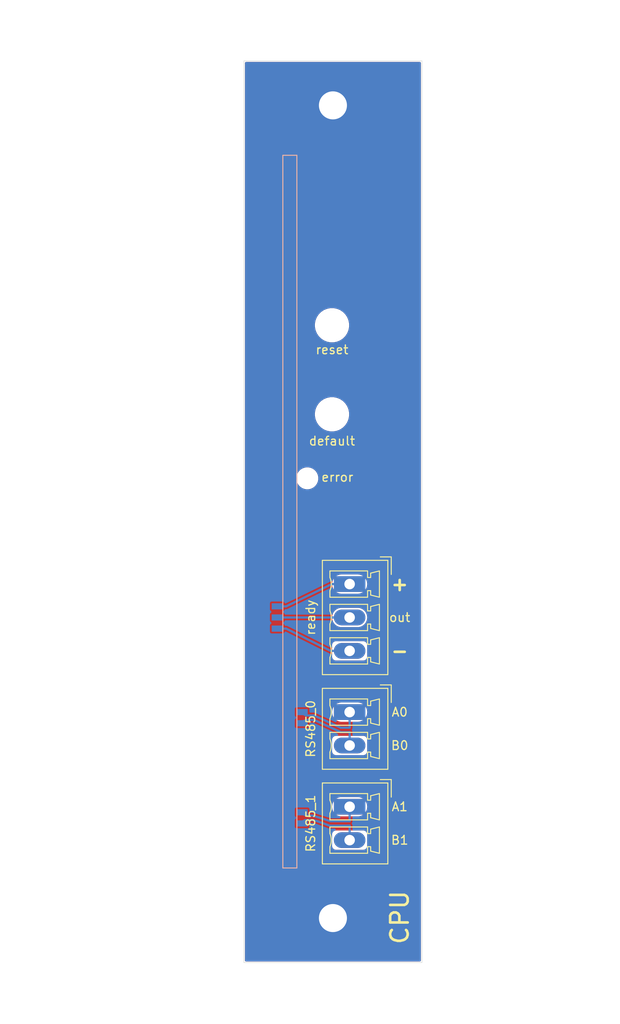
<source format=kicad_pcb>
(kicad_pcb (version 20171130) (host pcbnew 5.1.5+dfsg1-2build2)

  (general
    (thickness 1.6)
    (drawings 38)
    (tracks 29)
    (zones 0)
    (modules 9)
    (nets 9)
  )

  (page A4)
  (layers
    (0 F.Cu signal)
    (31 B.Cu signal)
    (32 B.Adhes user)
    (33 F.Adhes user)
    (34 B.Paste user)
    (35 F.Paste user)
    (36 B.SilkS user)
    (37 F.SilkS user)
    (38 B.Mask user)
    (39 F.Mask user)
    (40 Dwgs.User user)
    (41 Cmts.User user)
    (42 Eco1.User user)
    (43 Eco2.User user)
    (44 Edge.Cuts user)
    (45 Margin user)
    (46 B.CrtYd user)
    (47 F.CrtYd user)
    (48 B.Fab user)
    (49 F.Fab user)
  )

  (setup
    (last_trace_width 0.25)
    (trace_clearance 0.2)
    (zone_clearance 0.1)
    (zone_45_only no)
    (trace_min 0.2)
    (via_size 0.8)
    (via_drill 0.4)
    (via_min_size 0.4)
    (via_min_drill 0.3)
    (uvia_size 0.3)
    (uvia_drill 0.1)
    (uvias_allowed no)
    (uvia_min_size 0.2)
    (uvia_min_drill 0.1)
    (edge_width 0.05)
    (segment_width 0.2)
    (pcb_text_width 0.3)
    (pcb_text_size 1.5 1.5)
    (mod_edge_width 0.12)
    (mod_text_size 1 1)
    (mod_text_width 0.15)
    (pad_size 1 1)
    (pad_drill 1)
    (pad_to_mask_clearance 0.051)
    (solder_mask_min_width 0.25)
    (aux_axis_origin 0 0)
    (visible_elements FFFFFF7F)
    (pcbplotparams
      (layerselection 0x010fc_ffffffff)
      (usegerberextensions true)
      (usegerberattributes false)
      (usegerberadvancedattributes false)
      (creategerberjobfile false)
      (excludeedgelayer true)
      (linewidth 0.100000)
      (plotframeref false)
      (viasonmask false)
      (mode 1)
      (useauxorigin false)
      (hpglpennumber 1)
      (hpglpenspeed 20)
      (hpglpendiameter 15.000000)
      (psnegative false)
      (psa4output false)
      (plotreference true)
      (plotvalue true)
      (plotinvisibletext false)
      (padsonsilk false)
      (subtractmaskfromsilk true)
      (outputformat 1)
      (mirror false)
      (drillshape 0)
      (scaleselection 1)
      (outputdirectory "gerber/"))
  )

  (net 0 "")
  (net 1 GND)
  (net 2 B1)
  (net 3 A1)
  (net 4 B0)
  (net 5 A0)
  (net 6 VMOUT)
  (net 7 READY)
  (net 8 VPOUT)

  (net_class Default "This is the default net class."
    (clearance 0.2)
    (trace_width 0.25)
    (via_dia 0.8)
    (via_drill 0.4)
    (uvia_dia 0.3)
    (uvia_drill 0.1)
    (add_net A0)
    (add_net A1)
    (add_net B0)
    (add_net B1)
    (add_net GND)
    (add_net READY)
    (add_net VMOUT)
    (add_net VPOUT)
  )

  (module plc88:fm_cpu_i (layer F.Cu) (tedit 63A7FF10) (tstamp 63A855DC)
    (at 80.645 55.245)
    (path /63A81C85)
    (fp_text reference J1 (at 1.27 -5.715) (layer F.SilkS) hide
      (effects (font (size 1 1) (thickness 0.15)))
    )
    (fp_text value fm_cpu_i (at 0.635 -7.62) (layer F.Fab) hide
      (effects (font (size 1 1) (thickness 0.15)))
    )
    (fp_line (start -0.305 -12.085) (end -0.305 69.215) (layer B.SilkS) (width 0.12))
    (fp_line (start -1.905 -12.085) (end -0.305 -12.085) (layer B.SilkS) (width 0.12))
    (fp_line (start -1.905 69.215) (end -0.305 69.215) (layer B.SilkS) (width 0.12))
    (fp_line (start -1.905 -12.065) (end -1.905 69.215) (layer B.SilkS) (width 0.12))
    (pad 3 smd rect (at -2.54 41.91) (size 1.27 0.7) (layers B.Cu B.Paste B.Mask)
      (net 6 VMOUT))
    (pad 1 smd rect (at -2.54 39.37) (size 1.27 0.7) (layers B.Cu B.Paste B.Mask)
      (net 8 VPOUT))
    (pad 6 smd rect (at 0.295 62.865) (size 1.27 0.7) (layers B.Cu B.Paste B.Mask)
      (net 3 A1))
    (pad 7 smd rect (at 0.295 64.135) (size 1.27 0.7) (layers B.Cu B.Paste B.Mask)
      (net 2 B1))
    (pad 8 smd rect (at 0.295 31.75) (size 1.27 7.62) (layers B.Cu B.Paste B.Mask)
      (net 1 GND) (zone_connect 2))
    (pad 8 smd rect (at 0.381 57.785) (size 1.27 7.62) (layers B.Cu B.Paste B.Mask)
      (net 1 GND) (zone_connect 2))
    (pad 8 smd rect (at 0.381 -0.635) (size 1.27 7.62) (layers B.Cu B.Paste B.Mask)
      (net 1 GND) (zone_connect 2))
    (pad 8 smd rect (at -2.54 57.785) (size 1.27 7.62) (layers B.Cu B.Paste B.Mask)
      (net 1 GND) (zone_connect 2))
    (pad 8 smd rect (at -2.54 31.75) (size 1.27 7.62) (layers B.Cu B.Paste B.Mask)
      (net 1 GND) (zone_connect 2))
    (pad 8 smd rect (at -2.54 -0.635) (size 1.27 7.62) (layers B.Cu B.Paste B.Mask)
      (net 1 GND) (zone_connect 2))
    (pad 5 smd rect (at 0.295 52.705) (size 1.27 0.7) (layers B.Cu B.Paste B.Mask)
      (net 4 B0))
    (pad 2 smd rect (at -2.54 40.64) (size 1.27 0.7) (layers B.Cu B.Paste B.Mask)
      (net 7 READY))
    (pad 4 smd rect (at 0.295 51.435) (size 1.27 0.7) (layers B.Cu B.Paste B.Mask)
      (net 5 A0))
  )

  (module Connector_Phoenix_MC:PhoenixContact_MCV_1,5_3-G-3.81_1x03_P3.81mm_Vertical (layer F.Cu) (tedit 5B784ED1) (tstamp 639366E0)
    (at 86.36 92.075 270)
    (descr "Generic Phoenix Contact connector footprint for: MCV_1,5/3-G-3.81; number of pins: 03; pin pitch: 3.81mm; Vertical || order number: 1803439 8A 160V")
    (tags "phoenix_contact connector MCV_01x03_G_3.81mm")
    (path /639475A3)
    (fp_text reference J9 (at 3.81 -5.45 90) (layer F.SilkS) hide
      (effects (font (size 1 1) (thickness 0.15)))
    )
    (fp_text value ready (at 3.81 4.445 90) (layer F.SilkS)
      (effects (font (size 1 1) (thickness 0.15)))
    )
    (fp_text user %R (at 3.81 -3.55 90) (layer F.Fab) hide
      (effects (font (size 1 1) (thickness 0.15)))
    )
    (fp_line (start -3.1 -4.75) (end -1.1 -4.75) (layer F.Fab) (width 0.1))
    (fp_line (start -3.1 -3.5) (end -3.1 -4.75) (layer F.Fab) (width 0.1))
    (fp_line (start -3.1 -4.75) (end -1.1 -4.75) (layer F.SilkS) (width 0.12))
    (fp_line (start -3.1 -3.5) (end -3.1 -4.75) (layer F.SilkS) (width 0.12))
    (fp_line (start 10.72 -4.75) (end -3.1 -4.75) (layer F.CrtYd) (width 0.05))
    (fp_line (start 10.72 3.5) (end 10.72 -4.75) (layer F.CrtYd) (width 0.05))
    (fp_line (start -3.1 3.5) (end 10.72 3.5) (layer F.CrtYd) (width 0.05))
    (fp_line (start -3.1 -4.75) (end -3.1 3.5) (layer F.CrtYd) (width 0.05))
    (fp_line (start 9.12 2.25) (end 8.37 2.25) (layer F.SilkS) (width 0.12))
    (fp_line (start 9.12 -2.05) (end 9.12 2.25) (layer F.SilkS) (width 0.12))
    (fp_line (start 8.37 -2.05) (end 9.12 -2.05) (layer F.SilkS) (width 0.12))
    (fp_line (start 8.37 -2.4) (end 8.37 -2.05) (layer F.SilkS) (width 0.12))
    (fp_line (start 8.87 -2.4) (end 8.37 -2.4) (layer F.SilkS) (width 0.12))
    (fp_line (start 9.12 -3.4) (end 8.87 -2.4) (layer F.SilkS) (width 0.12))
    (fp_line (start 6.12 -3.4) (end 9.12 -3.4) (layer F.SilkS) (width 0.12))
    (fp_line (start 6.37 -2.4) (end 6.12 -3.4) (layer F.SilkS) (width 0.12))
    (fp_line (start 6.87 -2.4) (end 6.37 -2.4) (layer F.SilkS) (width 0.12))
    (fp_line (start 6.87 -2.05) (end 6.87 -2.4) (layer F.SilkS) (width 0.12))
    (fp_line (start 6.12 -2.05) (end 6.87 -2.05) (layer F.SilkS) (width 0.12))
    (fp_line (start 6.12 2.25) (end 6.12 -2.05) (layer F.SilkS) (width 0.12))
    (fp_line (start 6.87 2.25) (end 6.12 2.25) (layer F.SilkS) (width 0.12))
    (fp_line (start 5.31 2.25) (end 4.56 2.25) (layer F.SilkS) (width 0.12))
    (fp_line (start 5.31 -2.05) (end 5.31 2.25) (layer F.SilkS) (width 0.12))
    (fp_line (start 4.56 -2.05) (end 5.31 -2.05) (layer F.SilkS) (width 0.12))
    (fp_line (start 4.56 -2.4) (end 4.56 -2.05) (layer F.SilkS) (width 0.12))
    (fp_line (start 5.06 -2.4) (end 4.56 -2.4) (layer F.SilkS) (width 0.12))
    (fp_line (start 5.31 -3.4) (end 5.06 -2.4) (layer F.SilkS) (width 0.12))
    (fp_line (start 2.31 -3.4) (end 5.31 -3.4) (layer F.SilkS) (width 0.12))
    (fp_line (start 2.56 -2.4) (end 2.31 -3.4) (layer F.SilkS) (width 0.12))
    (fp_line (start 3.06 -2.4) (end 2.56 -2.4) (layer F.SilkS) (width 0.12))
    (fp_line (start 3.06 -2.05) (end 3.06 -2.4) (layer F.SilkS) (width 0.12))
    (fp_line (start 2.31 -2.05) (end 3.06 -2.05) (layer F.SilkS) (width 0.12))
    (fp_line (start 2.31 2.25) (end 2.31 -2.05) (layer F.SilkS) (width 0.12))
    (fp_line (start 3.06 2.25) (end 2.31 2.25) (layer F.SilkS) (width 0.12))
    (fp_line (start 1.5 2.25) (end 0.75 2.25) (layer F.SilkS) (width 0.12))
    (fp_line (start 1.5 -2.05) (end 1.5 2.25) (layer F.SilkS) (width 0.12))
    (fp_line (start 0.75 -2.05) (end 1.5 -2.05) (layer F.SilkS) (width 0.12))
    (fp_line (start 0.75 -2.4) (end 0.75 -2.05) (layer F.SilkS) (width 0.12))
    (fp_line (start 1.25 -2.4) (end 0.75 -2.4) (layer F.SilkS) (width 0.12))
    (fp_line (start 1.5 -3.4) (end 1.25 -2.4) (layer F.SilkS) (width 0.12))
    (fp_line (start -1.5 -3.4) (end 1.5 -3.4) (layer F.SilkS) (width 0.12))
    (fp_line (start -1.25 -2.4) (end -1.5 -3.4) (layer F.SilkS) (width 0.12))
    (fp_line (start -0.75 -2.4) (end -1.25 -2.4) (layer F.SilkS) (width 0.12))
    (fp_line (start -0.75 -2.05) (end -0.75 -2.4) (layer F.SilkS) (width 0.12))
    (fp_line (start -1.5 -2.05) (end -0.75 -2.05) (layer F.SilkS) (width 0.12))
    (fp_line (start -1.5 2.25) (end -1.5 -2.05) (layer F.SilkS) (width 0.12))
    (fp_line (start -0.75 2.25) (end -1.5 2.25) (layer F.SilkS) (width 0.12))
    (fp_line (start 10.22 -4.25) (end -2.6 -4.25) (layer F.Fab) (width 0.1))
    (fp_line (start 10.22 3) (end 10.22 -4.25) (layer F.Fab) (width 0.1))
    (fp_line (start -2.6 3) (end 10.22 3) (layer F.Fab) (width 0.1))
    (fp_line (start -2.6 -4.25) (end -2.6 3) (layer F.Fab) (width 0.1))
    (fp_line (start 10.33 -4.36) (end -2.71 -4.36) (layer F.SilkS) (width 0.12))
    (fp_line (start 10.33 3.11) (end 10.33 -4.36) (layer F.SilkS) (width 0.12))
    (fp_line (start -2.71 3.11) (end 10.33 3.11) (layer F.SilkS) (width 0.12))
    (fp_line (start -2.71 -4.36) (end -2.71 3.11) (layer F.SilkS) (width 0.12))
    (fp_arc (start 7.62 3.95) (end 6.87 2.25) (angle 47.6) (layer F.SilkS) (width 0.12))
    (fp_arc (start 3.81 3.95) (end 3.06 2.25) (angle 47.6) (layer F.SilkS) (width 0.12))
    (fp_arc (start 0 3.95) (end -0.75 2.25) (angle 47.6) (layer F.SilkS) (width 0.12))
    (pad 3 thru_hole oval (at 7.62 0 270) (size 1.8 3.6) (drill 1.2) (layers *.Cu *.Mask)
      (net 6 VMOUT))
    (pad 2 thru_hole oval (at 3.81 0 270) (size 1.8 3.6) (drill 1.2) (layers *.Cu *.Mask)
      (net 7 READY))
    (pad 1 thru_hole roundrect (at 0 0 270) (size 1.8 3.6) (drill 1.2) (layers *.Cu *.Mask) (roundrect_rratio 0.138889)
      (net 8 VPOUT))
    (model ${KISYS3DMOD}/Connector_Phoenix_MC.3dshapes/PhoenixContact_MCV_1,5_3-G-3.81_1x03_P3.81mm_Vertical.wrl
      (at (xyz 0 0 0))
      (scale (xyz 1 1 1))
      (rotate (xyz 0 0 0))
    )
  )

  (module Connector_Phoenix_MC:PhoenixContact_MCV_1,5_2-G-3.81_1x02_P3.81mm_Vertical (layer F.Cu) (tedit 5B784ED1) (tstamp 639358B2)
    (at 86.36 106.68 270)
    (descr "Generic Phoenix Contact connector footprint for: MCV_1,5/2-G-3.81; number of pins: 02; pin pitch: 3.81mm; Vertical || order number: 1803426 8A 160V")
    (tags "phoenix_contact connector MCV_01x02_G_3.81mm")
    (path /6392ED2C)
    (fp_text reference J7 (at 1.9 -5.45 90) (layer F.SilkS) hide
      (effects (font (size 1 1) (thickness 0.15)))
    )
    (fp_text value RS485_0 (at 1.905 4.445 90) (layer F.SilkS)
      (effects (font (size 1 1) (thickness 0.15)))
    )
    (fp_text user %R (at 1.9 -3.55 90) (layer F.Fab) hide
      (effects (font (size 1 1) (thickness 0.15)))
    )
    (fp_line (start -3.1 -4.75) (end -1.1 -4.75) (layer F.Fab) (width 0.1))
    (fp_line (start -3.1 -3.5) (end -3.1 -4.75) (layer F.Fab) (width 0.1))
    (fp_line (start -3.1 -4.75) (end -1.1 -4.75) (layer F.SilkS) (width 0.12))
    (fp_line (start -3.1 -3.5) (end -3.1 -4.75) (layer F.SilkS) (width 0.12))
    (fp_line (start 6.91 -4.75) (end -3.1 -4.75) (layer F.CrtYd) (width 0.05))
    (fp_line (start 6.91 3.5) (end 6.91 -4.75) (layer F.CrtYd) (width 0.05))
    (fp_line (start -3.1 3.5) (end 6.91 3.5) (layer F.CrtYd) (width 0.05))
    (fp_line (start -3.1 -4.75) (end -3.1 3.5) (layer F.CrtYd) (width 0.05))
    (fp_line (start 5.31 2.25) (end 4.56 2.25) (layer F.SilkS) (width 0.12))
    (fp_line (start 5.31 -2.05) (end 5.31 2.25) (layer F.SilkS) (width 0.12))
    (fp_line (start 4.56 -2.05) (end 5.31 -2.05) (layer F.SilkS) (width 0.12))
    (fp_line (start 4.56 -2.4) (end 4.56 -2.05) (layer F.SilkS) (width 0.12))
    (fp_line (start 5.06 -2.4) (end 4.56 -2.4) (layer F.SilkS) (width 0.12))
    (fp_line (start 5.31 -3.4) (end 5.06 -2.4) (layer F.SilkS) (width 0.12))
    (fp_line (start 2.31 -3.4) (end 5.31 -3.4) (layer F.SilkS) (width 0.12))
    (fp_line (start 2.56 -2.4) (end 2.31 -3.4) (layer F.SilkS) (width 0.12))
    (fp_line (start 3.06 -2.4) (end 2.56 -2.4) (layer F.SilkS) (width 0.12))
    (fp_line (start 3.06 -2.05) (end 3.06 -2.4) (layer F.SilkS) (width 0.12))
    (fp_line (start 2.31 -2.05) (end 3.06 -2.05) (layer F.SilkS) (width 0.12))
    (fp_line (start 2.31 2.25) (end 2.31 -2.05) (layer F.SilkS) (width 0.12))
    (fp_line (start 3.06 2.25) (end 2.31 2.25) (layer F.SilkS) (width 0.12))
    (fp_line (start 1.5 2.25) (end 0.75 2.25) (layer F.SilkS) (width 0.12))
    (fp_line (start 1.5 -2.05) (end 1.5 2.25) (layer F.SilkS) (width 0.12))
    (fp_line (start 0.75 -2.05) (end 1.5 -2.05) (layer F.SilkS) (width 0.12))
    (fp_line (start 0.75 -2.4) (end 0.75 -2.05) (layer F.SilkS) (width 0.12))
    (fp_line (start 1.25 -2.4) (end 0.75 -2.4) (layer F.SilkS) (width 0.12))
    (fp_line (start 1.5 -3.4) (end 1.25 -2.4) (layer F.SilkS) (width 0.12))
    (fp_line (start -1.5 -3.4) (end 1.5 -3.4) (layer F.SilkS) (width 0.12))
    (fp_line (start -1.25 -2.4) (end -1.5 -3.4) (layer F.SilkS) (width 0.12))
    (fp_line (start -0.75 -2.4) (end -1.25 -2.4) (layer F.SilkS) (width 0.12))
    (fp_line (start -0.75 -2.05) (end -0.75 -2.4) (layer F.SilkS) (width 0.12))
    (fp_line (start -1.5 -2.05) (end -0.75 -2.05) (layer F.SilkS) (width 0.12))
    (fp_line (start -1.5 2.25) (end -1.5 -2.05) (layer F.SilkS) (width 0.12))
    (fp_line (start -0.75 2.25) (end -1.5 2.25) (layer F.SilkS) (width 0.12))
    (fp_line (start 6.41 -4.25) (end -2.6 -4.25) (layer F.Fab) (width 0.1))
    (fp_line (start 6.41 3) (end 6.41 -4.25) (layer F.Fab) (width 0.1))
    (fp_line (start -2.6 3) (end 6.41 3) (layer F.Fab) (width 0.1))
    (fp_line (start -2.6 -4.25) (end -2.6 3) (layer F.Fab) (width 0.1))
    (fp_line (start 6.52 -4.36) (end -2.71 -4.36) (layer F.SilkS) (width 0.12))
    (fp_line (start 6.52 3.11) (end 6.52 -4.36) (layer F.SilkS) (width 0.12))
    (fp_line (start -2.71 3.11) (end 6.52 3.11) (layer F.SilkS) (width 0.12))
    (fp_line (start -2.71 -4.36) (end -2.71 3.11) (layer F.SilkS) (width 0.12))
    (fp_arc (start 3.81 3.95) (end 3.06 2.25) (angle 47.6) (layer F.SilkS) (width 0.12))
    (fp_arc (start 0 3.95) (end -0.75 2.25) (angle 47.6) (layer F.SilkS) (width 0.12))
    (pad 2 thru_hole oval (at 3.81 0 270) (size 1.8 3.6) (drill 1.2) (layers *.Cu *.Mask)
      (net 4 B0))
    (pad 1 thru_hole roundrect (at 0 0 270) (size 1.8 3.6) (drill 1.2) (layers *.Cu *.Mask) (roundrect_rratio 0.138889)
      (net 5 A0))
    (model ${KISYS3DMOD}/Connector_Phoenix_MC.3dshapes/PhoenixContact_MCV_1,5_2-G-3.81_1x02_P3.81mm_Vertical.wrl
      (at (xyz 0 0 0))
      (scale (xyz 1 1 1))
      (rotate (xyz 0 0 0))
    )
  )

  (module Connector_Phoenix_MC:PhoenixContact_MCV_1,5_2-G-3.81_1x02_P3.81mm_Vertical (layer F.Cu) (tedit 5B784ED1) (tstamp 639358C5)
    (at 86.36 117.475 270)
    (descr "Generic Phoenix Contact connector footprint for: MCV_1,5/2-G-3.81; number of pins: 02; pin pitch: 3.81mm; Vertical || order number: 1803426 8A 160V")
    (tags "phoenix_contact connector MCV_01x02_G_3.81mm")
    (path /6392FB02)
    (fp_text reference J8 (at 1.9 -5.45 90) (layer F.SilkS) hide
      (effects (font (size 1 1) (thickness 0.15)))
    )
    (fp_text value RS485_1 (at 1.905 4.445 90) (layer F.SilkS)
      (effects (font (size 1 1) (thickness 0.15)))
    )
    (fp_text user %R (at 1.9 -3.55 90) (layer F.Fab) hide
      (effects (font (size 1 1) (thickness 0.15)))
    )
    (fp_line (start -3.1 -4.75) (end -1.1 -4.75) (layer F.Fab) (width 0.1))
    (fp_line (start -3.1 -3.5) (end -3.1 -4.75) (layer F.Fab) (width 0.1))
    (fp_line (start -3.1 -4.75) (end -1.1 -4.75) (layer F.SilkS) (width 0.12))
    (fp_line (start -3.1 -3.5) (end -3.1 -4.75) (layer F.SilkS) (width 0.12))
    (fp_line (start 6.91 -4.75) (end -3.1 -4.75) (layer F.CrtYd) (width 0.05))
    (fp_line (start 6.91 3.5) (end 6.91 -4.75) (layer F.CrtYd) (width 0.05))
    (fp_line (start -3.1 3.5) (end 6.91 3.5) (layer F.CrtYd) (width 0.05))
    (fp_line (start -3.1 -4.75) (end -3.1 3.5) (layer F.CrtYd) (width 0.05))
    (fp_line (start 5.31 2.25) (end 4.56 2.25) (layer F.SilkS) (width 0.12))
    (fp_line (start 5.31 -2.05) (end 5.31 2.25) (layer F.SilkS) (width 0.12))
    (fp_line (start 4.56 -2.05) (end 5.31 -2.05) (layer F.SilkS) (width 0.12))
    (fp_line (start 4.56 -2.4) (end 4.56 -2.05) (layer F.SilkS) (width 0.12))
    (fp_line (start 5.06 -2.4) (end 4.56 -2.4) (layer F.SilkS) (width 0.12))
    (fp_line (start 5.31 -3.4) (end 5.06 -2.4) (layer F.SilkS) (width 0.12))
    (fp_line (start 2.31 -3.4) (end 5.31 -3.4) (layer F.SilkS) (width 0.12))
    (fp_line (start 2.56 -2.4) (end 2.31 -3.4) (layer F.SilkS) (width 0.12))
    (fp_line (start 3.06 -2.4) (end 2.56 -2.4) (layer F.SilkS) (width 0.12))
    (fp_line (start 3.06 -2.05) (end 3.06 -2.4) (layer F.SilkS) (width 0.12))
    (fp_line (start 2.31 -2.05) (end 3.06 -2.05) (layer F.SilkS) (width 0.12))
    (fp_line (start 2.31 2.25) (end 2.31 -2.05) (layer F.SilkS) (width 0.12))
    (fp_line (start 3.06 2.25) (end 2.31 2.25) (layer F.SilkS) (width 0.12))
    (fp_line (start 1.5 2.25) (end 0.75 2.25) (layer F.SilkS) (width 0.12))
    (fp_line (start 1.5 -2.05) (end 1.5 2.25) (layer F.SilkS) (width 0.12))
    (fp_line (start 0.75 -2.05) (end 1.5 -2.05) (layer F.SilkS) (width 0.12))
    (fp_line (start 0.75 -2.4) (end 0.75 -2.05) (layer F.SilkS) (width 0.12))
    (fp_line (start 1.25 -2.4) (end 0.75 -2.4) (layer F.SilkS) (width 0.12))
    (fp_line (start 1.5 -3.4) (end 1.25 -2.4) (layer F.SilkS) (width 0.12))
    (fp_line (start -1.5 -3.4) (end 1.5 -3.4) (layer F.SilkS) (width 0.12))
    (fp_line (start -1.25 -2.4) (end -1.5 -3.4) (layer F.SilkS) (width 0.12))
    (fp_line (start -0.75 -2.4) (end -1.25 -2.4) (layer F.SilkS) (width 0.12))
    (fp_line (start -0.75 -2.05) (end -0.75 -2.4) (layer F.SilkS) (width 0.12))
    (fp_line (start -1.5 -2.05) (end -0.75 -2.05) (layer F.SilkS) (width 0.12))
    (fp_line (start -1.5 2.25) (end -1.5 -2.05) (layer F.SilkS) (width 0.12))
    (fp_line (start -0.75 2.25) (end -1.5 2.25) (layer F.SilkS) (width 0.12))
    (fp_line (start 6.41 -4.25) (end -2.6 -4.25) (layer F.Fab) (width 0.1))
    (fp_line (start 6.41 3) (end 6.41 -4.25) (layer F.Fab) (width 0.1))
    (fp_line (start -2.6 3) (end 6.41 3) (layer F.Fab) (width 0.1))
    (fp_line (start -2.6 -4.25) (end -2.6 3) (layer F.Fab) (width 0.1))
    (fp_line (start 6.52 -4.36) (end -2.71 -4.36) (layer F.SilkS) (width 0.12))
    (fp_line (start 6.52 3.11) (end 6.52 -4.36) (layer F.SilkS) (width 0.12))
    (fp_line (start -2.71 3.11) (end 6.52 3.11) (layer F.SilkS) (width 0.12))
    (fp_line (start -2.71 -4.36) (end -2.71 3.11) (layer F.SilkS) (width 0.12))
    (fp_arc (start 3.81 3.95) (end 3.06 2.25) (angle 47.6) (layer F.SilkS) (width 0.12))
    (fp_arc (start 0 3.95) (end -0.75 2.25) (angle 47.6) (layer F.SilkS) (width 0.12))
    (pad 2 thru_hole oval (at 3.81 0 270) (size 1.8 3.6) (drill 1.2) (layers *.Cu *.Mask)
      (net 2 B1))
    (pad 1 thru_hole roundrect (at 0 0 270) (size 1.8 3.6) (drill 1.2) (layers *.Cu *.Mask) (roundrect_rratio 0.138889)
      (net 3 A1))
    (model ${KISYS3DMOD}/Connector_Phoenix_MC.3dshapes/PhoenixContact_MCV_1,5_2-G-3.81_1x02_P3.81mm_Vertical.wrl
      (at (xyz 0 0 0))
      (scale (xyz 1 1 1))
      (rotate (xyz 0 0 0))
    )
  )

  (module MountingHole:MountingHole_2.1mm (layer F.Cu) (tedit 5B924765) (tstamp 63528964)
    (at 81.534 80.01)
    (descr "Mounting Hole 2.1mm, no annular")
    (tags "mounting hole 2.1mm no annular")
    (path /6352BAC5)
    (attr virtual)
    (fp_text reference H5 (at 0 -3.2) (layer F.SilkS) hide
      (effects (font (size 1 1) (thickness 0.15)))
    )
    (fp_text value error (at 3.429 -0.127) (layer F.SilkS)
      (effects (font (size 1 1) (thickness 0.15)))
    )
    (fp_circle (center 0 0) (end 2.35 0) (layer F.CrtYd) (width 0.05))
    (fp_circle (center 0 0) (end 2.1 0) (layer Cmts.User) (width 0.15))
    (fp_text user %R (at 0.3 0) (layer F.Fab) hide
      (effects (font (size 1 1) (thickness 0.15)))
    )
    (pad "" np_thru_hole circle (at 0 0) (size 2.1 2.1) (drill 2.1) (layers *.Cu *.Mask))
  )

  (module MountingHole:MountingHole_3.5mm (layer F.Cu) (tedit 56D1B4CB) (tstamp 6352895C)
    (at 84.35 72.7075)
    (descr "Mounting Hole 3.5mm, no annular")
    (tags "mounting hole 3.5mm no annular")
    (path /6352A43D)
    (attr virtual)
    (fp_text reference H4 (at 0 -4.5) (layer F.SilkS) hide
      (effects (font (size 1 1) (thickness 0.15)))
    )
    (fp_text value default (at 0 3.048) (layer F.SilkS)
      (effects (font (size 1 1) (thickness 0.15)))
    )
    (fp_circle (center 0 0) (end 3.75 0) (layer F.CrtYd) (width 0.05))
    (fp_circle (center 0 0) (end 3.5 0) (layer Cmts.User) (width 0.15))
    (fp_text user %R (at 0.3 0) (layer F.Fab) hide
      (effects (font (size 1 1) (thickness 0.15)))
    )
    (pad 1 np_thru_hole circle (at 0 0) (size 3.5 3.5) (drill 3.5) (layers *.Cu *.Mask))
  )

  (module MountingHole:MountingHole_3.5mm (layer F.Cu) (tedit 56D1B4CB) (tstamp 63528954)
    (at 84.35 62.5475)
    (descr "Mounting Hole 3.5mm, no annular")
    (tags "mounting hole 3.5mm no annular")
    (path /6352AC9E)
    (attr virtual)
    (fp_text reference H3 (at 0 -4.5) (layer F.SilkS) hide
      (effects (font (size 1 1) (thickness 0.15)))
    )
    (fp_text value reset (at 0 2.794) (layer F.SilkS)
      (effects (font (size 1 1) (thickness 0.15)))
    )
    (fp_circle (center 0 0) (end 3.75 0) (layer F.CrtYd) (width 0.05))
    (fp_circle (center 0 0) (end 3.5 0) (layer Cmts.User) (width 0.15))
    (fp_text user %R (at 0.3 0) (layer F.Fab) hide
      (effects (font (size 1 1) (thickness 0.15)))
    )
    (pad 1 np_thru_hole circle (at 0 0) (size 3.5 3.5) (drill 3.5) (layers *.Cu *.Mask))
  )

  (module MountingHole:MountingHole_3.2mm_M3_Pad (layer F.Cu) (tedit 61F97160) (tstamp 61F9706A)
    (at 84.455 37.465)
    (descr "Mounting Hole 3.2mm, M3")
    (tags "mounting hole 3.2mm m3")
    (path /61F96FAB)
    (attr virtual)
    (fp_text reference H1 (at 0 -4.2) (layer F.SilkS) hide
      (effects (font (size 1 1) (thickness 0.15)))
    )
    (fp_text value MountingHole_Pad (at 0 4.2) (layer F.Fab) hide
      (effects (font (size 1 1) (thickness 0.15)))
    )
    (fp_text user %R (at 0.3 0) (layer F.Fab) hide
      (effects (font (size 1 1) (thickness 0.15)))
    )
    (fp_circle (center 0 0) (end 3.2 0) (layer Cmts.User) (width 0.15))
    (fp_circle (center 0 0) (end 3.45 0) (layer F.CrtYd) (width 0.05))
    (pad 1 thru_hole circle (at 0 0) (size 6.4 6.4) (drill 3.2) (layers *.Cu *.Mask)
      (net 1 GND) (zone_connect 2))
  )

  (module MountingHole:MountingHole_3.2mm_M3_Pad (layer F.Cu) (tedit 61F97169) (tstamp 61F96D2B)
    (at 84.455 130.175)
    (descr "Mounting Hole 3.2mm, M3")
    (tags "mounting hole 3.2mm m3")
    (path /61F97419)
    (attr virtual)
    (fp_text reference H2 (at 0 -4.2) (layer F.SilkS) hide
      (effects (font (size 1 1) (thickness 0.15)))
    )
    (fp_text value MountingHole_Pad (at 0 4.2) (layer F.Fab) hide
      (effects (font (size 1 1) (thickness 0.15)))
    )
    (fp_circle (center 0 0) (end 3.45 0) (layer F.CrtYd) (width 0.05))
    (fp_circle (center 0 0) (end 3.2 0) (layer Cmts.User) (width 0.15))
    (fp_text user %R (at 0.3 0) (layer F.Fab) hide
      (effects (font (size 1 1) (thickness 0.15)))
    )
    (pad 1 thru_hole circle (at 0 0) (size 6.4 6.4) (drill 3.2) (layers *.Cu *.Mask)
      (net 1 GND) (zone_connect 2))
  )

  (dimension 36.83 (width 0.15) (layer F.Fab)
    (gr_text "36,830 mm" (at 53.31 61.595 270) (layer F.Fab)
      (effects (font (size 1 1) (thickness 0.15)))
    )
    (feature1 (pts (xy 75.565 80.01) (xy 54.023579 80.01)))
    (feature2 (pts (xy 75.565 43.18) (xy 54.023579 43.18)))
    (crossbar (pts (xy 54.61 43.18) (xy 54.61 80.01)))
    (arrow1a (pts (xy 54.61 80.01) (xy 54.023579 78.883496)))
    (arrow1b (pts (xy 54.61 80.01) (xy 55.196421 78.883496)))
    (arrow2a (pts (xy 54.61 43.18) (xy 54.023579 44.306504)))
    (arrow2b (pts (xy 54.61 43.18) (xy 55.196421 44.306504)))
  )
  (gr_line (start 76.327 62.5475) (end 75.2475 62.5475) (layer F.Fab) (width 0.15))
  (gr_line (start 75.565 62.865) (end 76.2 62.865) (layer F.Fab) (width 0.15))
  (gr_line (start 75.565 62.23) (end 75.565 62.865) (layer F.Fab) (width 0.15))
  (gr_line (start 76.2 62.23) (end 75.565 62.23) (layer F.Fab) (width 0.15))
  (dimension 27.305 (width 0.15) (layer F.Fab)
    (gr_text "27,305 mm" (at 69.185 110.8075 90) (layer F.Fab)
      (effects (font (size 1 1) (thickness 0.15)))
    )
    (feature1 (pts (xy 76.835 97.155) (xy 69.898579 97.155)))
    (feature2 (pts (xy 76.835 124.46) (xy 69.898579 124.46)))
    (crossbar (pts (xy 70.485 124.46) (xy 70.485 97.155)))
    (arrow1a (pts (xy 70.485 97.155) (xy 71.071421 98.281504)))
    (arrow1b (pts (xy 70.485 97.155) (xy 69.898579 98.281504)))
    (arrow2a (pts (xy 70.485 124.46) (xy 71.071421 123.333496)))
    (arrow2b (pts (xy 70.485 124.46) (xy 69.898579 123.333496)))
  )
  (gr_text out (at 92.075 95.885) (layer F.SilkS)
    (effects (font (size 1 1) (thickness 0.15)))
  )
  (gr_text - (at 92.075 99.695) (layer F.SilkS)
    (effects (font (size 1.5 1.5) (thickness 0.3)))
  )
  (gr_text + (at 92.075 92.075) (layer F.SilkS)
    (effects (font (size 1.5 1.5) (thickness 0.3)))
  )
  (dimension 3.81 (width 0.15) (layer F.Fab)
    (gr_text "3,810 mm" (at 92.71 139.095) (layer F.Fab)
      (effects (font (size 1 1) (thickness 0.15)))
    )
    (feature1 (pts (xy 90.805 135.89) (xy 90.805 138.381421)))
    (feature2 (pts (xy 94.615 135.89) (xy 94.615 138.381421)))
    (crossbar (pts (xy 94.615 137.795) (xy 90.805 137.795)))
    (arrow1a (pts (xy 90.805 137.795) (xy 91.931504 137.208579)))
    (arrow1b (pts (xy 90.805 137.795) (xy 91.931504 138.381421)))
    (arrow2a (pts (xy 94.615 137.795) (xy 93.488496 137.208579)))
    (arrow2b (pts (xy 94.615 137.795) (xy 93.488496 138.381421)))
  )
  (gr_text B1 (at 92.075 121.285) (layer F.SilkS)
    (effects (font (size 1 1) (thickness 0.15)))
  )
  (gr_text A1 (at 92.075 117.475) (layer F.SilkS)
    (effects (font (size 1 1) (thickness 0.15)))
  )
  (gr_text B0 (at 92.075 110.49) (layer F.SilkS)
    (effects (font (size 1 1) (thickness 0.15)))
  )
  (gr_text A0 (at 92.075 106.68) (layer F.SilkS)
    (effects (font (size 1 1) (thickness 0.15)))
  )
  (dimension 5.08 (width 0.15) (layer F.Fab)
    (gr_text "5,080 mm" (at 91.47 132.715 270) (layer F.Fab)
      (effects (font (size 1 1) (thickness 0.15)))
    )
    (feature1 (pts (xy 88.9 135.255) (xy 90.756421 135.255)))
    (feature2 (pts (xy 88.9 130.175) (xy 90.756421 130.175)))
    (crossbar (pts (xy 90.17 130.175) (xy 90.17 135.255)))
    (arrow1a (pts (xy 90.17 135.255) (xy 89.583579 134.128496)))
    (arrow1b (pts (xy 90.17 135.255) (xy 90.756421 134.128496)))
    (arrow2a (pts (xy 90.17 130.175) (xy 89.583579 131.301504)))
    (arrow2b (pts (xy 90.17 130.175) (xy 90.756421 131.301504)))
  )
  (dimension 5.08 (width 0.15) (layer F.Fab)
    (gr_text "5,080 mm" (at 91.47 34.925 90) (layer F.Fab)
      (effects (font (size 1 1) (thickness 0.15)))
    )
    (feature1 (pts (xy 88.9 32.385) (xy 90.756421 32.385)))
    (feature2 (pts (xy 88.9 37.465) (xy 90.756421 37.465)))
    (crossbar (pts (xy 90.17 37.465) (xy 90.17 32.385)))
    (arrow1a (pts (xy 90.17 32.385) (xy 90.756421 33.511504)))
    (arrow1b (pts (xy 90.17 32.385) (xy 89.583579 33.511504)))
    (arrow2a (pts (xy 90.17 37.465) (xy 90.756421 36.338496)))
    (arrow2b (pts (xy 90.17 37.465) (xy 89.583579 36.338496)))
  )
  (dimension 5.715 (width 0.15) (layer F.Fab) (tstamp 63528E00)
    (gr_text "5,715 mm" (at 79.405 127.3175 90) (layer F.Fab) (tstamp 63528E00)
      (effects (font (size 1 1) (thickness 0.15)))
    )
    (feature1 (pts (xy 78.105 124.46) (xy 78.691421 124.46)))
    (feature2 (pts (xy 78.105 130.175) (xy 78.691421 130.175)))
    (crossbar (pts (xy 78.105 130.175) (xy 78.105 124.46)))
    (arrow1a (pts (xy 78.105 124.46) (xy 78.691421 125.586504)))
    (arrow1b (pts (xy 78.105 124.46) (xy 77.518579 125.586504)))
    (arrow2a (pts (xy 78.105 130.175) (xy 78.691421 129.048496)))
    (arrow2b (pts (xy 78.105 130.175) (xy 77.518579 129.048496)))
  )
  (dimension 5.715 (width 0.15) (layer F.Fab)
    (gr_text "5,715 mm" (at 79.405 40.3225 90) (layer F.Fab)
      (effects (font (size 1 1) (thickness 0.15)))
    )
    (feature1 (pts (xy 78.105 37.465) (xy 78.691421 37.465)))
    (feature2 (pts (xy 78.105 43.18) (xy 78.691421 43.18)))
    (crossbar (pts (xy 78.105 43.18) (xy 78.105 37.465)))
    (arrow1a (pts (xy 78.105 37.465) (xy 78.691421 38.591504)))
    (arrow1b (pts (xy 78.105 37.465) (xy 77.518579 38.591504)))
    (arrow2a (pts (xy 78.105 43.18) (xy 78.691421 42.053496)))
    (arrow2b (pts (xy 78.105 43.18) (xy 77.518579 42.053496)))
  )
  (dimension 10.16 (width 0.15) (layer F.Fab)
    (gr_text "10,160 mm" (at 79.375 138.46) (layer F.Fab)
      (effects (font (size 1 1) (thickness 0.15)))
    )
    (feature1 (pts (xy 84.455 135.89) (xy 84.455 137.746421)))
    (feature2 (pts (xy 74.295 135.89) (xy 74.295 137.746421)))
    (crossbar (pts (xy 74.295 137.16) (xy 84.455 137.16)))
    (arrow1a (pts (xy 84.455 137.16) (xy 83.328496 137.746421)))
    (arrow1b (pts (xy 84.455 137.16) (xy 83.328496 136.573579)))
    (arrow2a (pts (xy 74.295 137.16) (xy 75.421504 137.746421)))
    (arrow2b (pts (xy 74.295 137.16) (xy 75.421504 136.573579)))
  )
  (dimension 10.16 (width 0.15) (layer F.Fab)
    (gr_text "10,160 mm" (at 79.375 29.18) (layer F.Fab)
      (effects (font (size 1 1) (thickness 0.15)))
    )
    (feature1 (pts (xy 74.295 32.385) (xy 74.295 29.893579)))
    (feature2 (pts (xy 84.455 32.385) (xy 84.455 29.893579)))
    (crossbar (pts (xy 84.455 30.48) (xy 74.295 30.48)))
    (arrow1a (pts (xy 74.295 30.48) (xy 75.421504 29.893579)))
    (arrow1b (pts (xy 74.295 30.48) (xy 75.421504 31.066421)))
    (arrow2a (pts (xy 84.455 30.48) (xy 83.328496 29.893579)))
    (arrow2b (pts (xy 84.455 30.48) (xy 83.328496 31.066421)))
  )
  (dimension 4 (width 0.15) (layer F.Fab)
    (gr_text "4,000 mm" (at 82.35 66.4) (layer F.Fab)
      (effects (font (size 1 1) (thickness 0.15)))
    )
    (feature1 (pts (xy 84.35 68.081) (xy 84.35 67.113579)))
    (feature2 (pts (xy 80.35 68.081) (xy 80.35 67.113579)))
    (crossbar (pts (xy 80.35 67.7) (xy 84.35 67.7)))
    (arrow1a (pts (xy 84.35 67.7) (xy 83.223496 68.286421)))
    (arrow1b (pts (xy 84.35 67.7) (xy 83.223496 67.113579)))
    (arrow2a (pts (xy 80.35 67.7) (xy 81.476504 68.286421)))
    (arrow2b (pts (xy 80.35 67.7) (xy 81.476504 67.113579)))
  )
  (dimension 43.815 (width 0.15) (layer F.Fab)
    (gr_text "43,815 mm" (at 50.135 65.0875 270) (layer F.Fab)
      (effects (font (size 1 1) (thickness 0.15)))
    )
    (feature1 (pts (xy 75.565 86.995) (xy 50.848579 86.995)))
    (feature2 (pts (xy 75.565 43.18) (xy 50.848579 43.18)))
    (crossbar (pts (xy 51.435 43.18) (xy 51.435 86.995)))
    (arrow1a (pts (xy 51.435 86.995) (xy 50.848579 85.868496)))
    (arrow1b (pts (xy 51.435 86.995) (xy 52.021421 85.868496)))
    (arrow2a (pts (xy 51.435 43.18) (xy 50.848579 44.306504)))
    (arrow2b (pts (xy 51.435 43.18) (xy 52.021421 44.306504)))
  )
  (dimension 29.5275 (width 0.15) (layer F.Fab)
    (gr_text "29,527 mm" (at 56.485 57.94375 270) (layer F.Fab)
      (effects (font (size 1 1) (thickness 0.15)))
    )
    (feature1 (pts (xy 75.565 72.7075) (xy 57.198579 72.7075)))
    (feature2 (pts (xy 75.565 43.18) (xy 57.198579 43.18)))
    (crossbar (pts (xy 57.785 43.18) (xy 57.785 72.7075)))
    (arrow1a (pts (xy 57.785 72.7075) (xy 57.198579 71.580996)))
    (arrow1b (pts (xy 57.785 72.7075) (xy 58.371421 71.580996)))
    (arrow2a (pts (xy 57.785 43.18) (xy 57.198579 44.306504)))
    (arrow2b (pts (xy 57.785 43.18) (xy 58.371421 44.306504)))
  )
  (dimension 19.3675 (width 0.15) (layer F.Fab)
    (gr_text "19,367 mm" (at 60.93 52.86375 270) (layer F.Fab)
      (effects (font (size 1 1) (thickness 0.15)))
    )
    (feature1 (pts (xy 75.565 62.5475) (xy 61.643579 62.5475)))
    (feature2 (pts (xy 75.565 43.18) (xy 61.643579 43.18)))
    (crossbar (pts (xy 62.23 43.18) (xy 62.23 62.5475)))
    (arrow1a (pts (xy 62.23 62.5475) (xy 61.643579 61.420996)))
    (arrow1b (pts (xy 62.23 62.5475) (xy 62.816421 61.420996)))
    (arrow2a (pts (xy 62.23 43.18) (xy 61.643579 44.306504)))
    (arrow2b (pts (xy 62.23 43.18) (xy 62.816421 44.306504)))
  )
  (dimension 40.64 (width 0.15) (layer F.Fab)
    (gr_text "40,640 mm" (at 66.01 104.14 90) (layer F.Fab)
      (effects (font (size 1 1) (thickness 0.15)))
    )
    (feature1 (pts (xy 74.93 83.82) (xy 66.723579 83.82)))
    (feature2 (pts (xy 74.93 124.46) (xy 66.723579 124.46)))
    (crossbar (pts (xy 67.31 124.46) (xy 67.31 83.82)))
    (arrow1a (pts (xy 67.31 83.82) (xy 67.896421 84.946504)))
    (arrow1b (pts (xy 67.31 83.82) (xy 66.723579 84.946504)))
    (arrow2a (pts (xy 67.31 124.46) (xy 67.896421 123.333496)))
    (arrow2b (pts (xy 67.31 124.46) (xy 66.723579 123.333496)))
  )
  (dimension 7.62 (width 0.15) (layer F.Fab)
    (gr_text "7,620 mm" (at 71.725 120.65 90) (layer F.Fab)
      (effects (font (size 1 1) (thickness 0.15)))
    )
    (feature1 (pts (xy 74.93 116.84) (xy 72.438579 116.84)))
    (feature2 (pts (xy 74.93 124.46) (xy 72.438579 124.46)))
    (crossbar (pts (xy 73.025 124.46) (xy 73.025 116.84)))
    (arrow1a (pts (xy 73.025 116.84) (xy 73.611421 117.966504)))
    (arrow1b (pts (xy 73.025 116.84) (xy 72.438579 117.966504)))
    (arrow2a (pts (xy 73.025 124.46) (xy 73.611421 123.333496)))
    (arrow2b (pts (xy 73.025 124.46) (xy 72.438579 123.333496)))
  )
  (dimension 7.62 (width 0.15) (layer F.Fab)
    (gr_text "7,620 mm" (at 69.82 46.99 270) (layer F.Fab)
      (effects (font (size 1 1) (thickness 0.15)))
    )
    (feature1 (pts (xy 74.93 50.8) (xy 70.533579 50.8)))
    (feature2 (pts (xy 74.93 43.18) (xy 70.533579 43.18)))
    (crossbar (pts (xy 71.12 43.18) (xy 71.12 50.8)))
    (arrow1a (pts (xy 71.12 50.8) (xy 70.533579 49.673496)))
    (arrow1b (pts (xy 71.12 50.8) (xy 71.706421 49.673496)))
    (arrow2a (pts (xy 71.12 43.18) (xy 70.533579 44.306504)))
    (arrow2b (pts (xy 71.12 43.18) (xy 71.706421 44.306504)))
  )
  (gr_text CPU (at 92.075 133.35 90) (layer F.SilkS)
    (effects (font (size 2 2) (thickness 0.3)) (justify left))
  )
  (dimension 20.32 (width 0.05) (layer F.Fab)
    (gr_text "20,320 mm" (at 84.455 26.035) (layer F.Fab)
      (effects (font (size 1 1) (thickness 0.1)))
    )
    (feature1 (pts (xy 94.615 29.845) (xy 94.615 26.718579)))
    (feature2 (pts (xy 74.295 29.845) (xy 74.295 26.718579)))
    (crossbar (pts (xy 74.295 27.305) (xy 94.615 27.305)))
    (arrow1a (pts (xy 94.615 27.305) (xy 93.488496 27.891421)))
    (arrow1b (pts (xy 94.615 27.305) (xy 93.488496 26.718579)))
    (arrow2a (pts (xy 74.295 27.305) (xy 75.421504 27.891421)))
    (arrow2b (pts (xy 74.295 27.305) (xy 75.421504 26.718579)))
  )
  (dimension 1.6 (width 0.15) (layer F.Fab)
    (gr_text "1,600 mm" (at 69.38 128.3) (layer F.Fab)
      (effects (font (size 1 1) (thickness 0.15)))
    )
    (feature1 (pts (xy 70.18 125.3) (xy 70.18 127.586421)))
    (feature2 (pts (xy 68.58 125.3) (xy 68.58 127.586421)))
    (crossbar (pts (xy 68.58 127) (xy 70.18 127)))
    (arrow1a (pts (xy 70.18 127) (xy 69.053496 127.586421)))
    (arrow1b (pts (xy 70.18 127) (xy 69.053496 126.413579)))
    (arrow2a (pts (xy 68.58 127) (xy 69.706504 127.586421)))
    (arrow2b (pts (xy 68.58 127) (xy 69.706504 126.413579)))
  )
  (dimension 1.6 (width 0.1) (layer F.Fab)
    (gr_text "1,600 mm" (at 69.38 36.94) (layer F.Fab)
      (effects (font (size 1 1) (thickness 0.1)))
    )
    (feature1 (pts (xy 70.18 40.64) (xy 70.18 37.653579)))
    (feature2 (pts (xy 68.58 40.64) (xy 68.58 37.653579)))
    (crossbar (pts (xy 68.58 38.24) (xy 70.18 38.24)))
    (arrow1a (pts (xy 70.18 38.24) (xy 69.053496 38.826421)))
    (arrow1b (pts (xy 70.18 38.24) (xy 69.053496 37.653579)))
    (arrow2a (pts (xy 68.58 38.24) (xy 69.706504 38.826421)))
    (arrow2b (pts (xy 68.58 38.24) (xy 69.706504 37.653579)))
  )
  (dimension 81.28 (width 0.15) (layer F.Fab)
    (gr_text "81,280 mm" (at 63.47 83.84 270) (layer F.Fab)
      (effects (font (size 1 1) (thickness 0.15)))
    )
    (feature1 (pts (xy 68.58 124.48) (xy 64.183579 124.48)))
    (feature2 (pts (xy 68.58 43.2) (xy 64.183579 43.2)))
    (crossbar (pts (xy 64.77 43.2) (xy 64.77 124.48)))
    (arrow1a (pts (xy 64.77 124.48) (xy 64.183579 123.353496)))
    (arrow1b (pts (xy 64.77 124.48) (xy 65.356421 123.353496)))
    (arrow2a (pts (xy 64.77 43.2) (xy 64.183579 44.326504)))
    (arrow2b (pts (xy 64.77 43.2) (xy 65.356421 44.326504)))
  )
  (gr_line (start 74.295 32.385) (end 94.615 32.385) (layer Edge.Cuts) (width 0.05) (tstamp 61F95B25))
  (gr_line (start 74.295 135.255) (end 74.295 32.385) (layer Edge.Cuts) (width 0.05))
  (gr_line (start 94.615 135.255) (end 74.295 135.255) (layer Edge.Cuts) (width 0.05))
  (gr_line (start 94.615 32.385) (end 94.615 135.255) (layer Edge.Cuts) (width 0.05))
  (dimension 86.36 (width 0.15) (layer F.Fab)
    (gr_text "86,360 mm" (at 109.25 83.82 90) (layer F.Fab)
      (effects (font (size 1 1) (thickness 0.15)))
    )
    (feature1 (pts (xy 101.6 40.64) (xy 108.536421 40.64)))
    (feature2 (pts (xy 101.6 127) (xy 108.536421 127)))
    (crossbar (pts (xy 107.95 127) (xy 107.95 40.64)))
    (arrow1a (pts (xy 107.95 40.64) (xy 108.536421 41.766504)))
    (arrow1b (pts (xy 107.95 40.64) (xy 107.363579 41.766504)))
    (arrow2a (pts (xy 107.95 127) (xy 108.536421 125.873496)))
    (arrow2b (pts (xy 107.95 127) (xy 107.363579 125.873496)))
  )
  (dimension 20.32 (width 0.15) (layer F.Fab)
    (gr_text "20,320 mm" (at 84.455 142.905) (layer F.Fab)
      (effects (font (size 1 1) (thickness 0.15)))
    )
    (feature1 (pts (xy 94.615 137.795) (xy 94.615 142.191421)))
    (feature2 (pts (xy 74.295 137.795) (xy 74.295 142.191421)))
    (crossbar (pts (xy 74.295 141.605) (xy 94.615 141.605)))
    (arrow1a (pts (xy 94.615 141.605) (xy 93.488496 142.191421)))
    (arrow1b (pts (xy 94.615 141.605) (xy 93.488496 141.018579)))
    (arrow2a (pts (xy 74.295 141.605) (xy 75.421504 142.191421)))
    (arrow2b (pts (xy 74.295 141.605) (xy 75.421504 141.018579)))
  )

  (segment (start 86.36 119.634) (end 86.36 121.285) (width 0.25) (layer B.Cu) (net 2))
  (segment (start 84.074 119.634) (end 86.36 119.634) (width 0.25) (layer B.Cu) (net 2))
  (segment (start 82.169 118.999) (end 82.677 119.126) (width 0.25) (layer B.Cu) (net 2))
  (segment (start 82.677 119.126) (end 84.074 119.634) (width 0.25) (layer B.Cu) (net 2))
  (segment (start 81.28 118.999) (end 82.169 118.999) (width 0.25) (layer B.Cu) (net 2))
  (segment (start 80.645 119.38) (end 81.28 118.999) (width 0.25) (layer B.Cu) (net 2))
  (segment (start 81.407 118.491) (end 80.645 118.11) (width 0.25) (layer B.Cu) (net 3))
  (segment (start 82.169 118.491) (end 81.407 118.491) (width 0.25) (layer B.Cu) (net 3))
  (segment (start 86.36 119.126) (end 84.201 119.126) (width 0.25) (layer B.Cu) (net 3))
  (segment (start 84.201 119.126) (end 82.169 118.491) (width 0.25) (layer B.Cu) (net 3))
  (segment (start 86.36 117.475) (end 86.36 119.126) (width 0.25) (layer B.Cu) (net 3))
  (segment (start 80.645 107.95) (end 81.407 107.569) (width 0.25) (layer B.Cu) (net 4))
  (segment (start 81.407 107.569) (end 82.296 107.569) (width 0.25) (layer B.Cu) (net 4))
  (segment (start 82.296 107.569) (end 85.09 108.839) (width 0.25) (layer B.Cu) (net 4))
  (segment (start 85.09 108.839) (end 85.344 108.966) (width 0.25) (layer B.Cu) (net 4))
  (segment (start 85.344 108.966) (end 86.36 108.966) (width 0.25) (layer B.Cu) (net 4))
  (segment (start 86.36 108.966) (end 86.36 110.49) (width 0.25) (layer B.Cu) (net 4))
  (segment (start 80.645 106.68) (end 81.407 107.061) (width 0.25) (layer B.Cu) (net 5))
  (segment (start 81.407 107.061) (end 82.296 107.061) (width 0.25) (layer B.Cu) (net 5))
  (segment (start 82.296 107.061) (end 85.344 108.458) (width 0.25) (layer B.Cu) (net 5))
  (segment (start 85.344 108.458) (end 86.36 108.458) (width 0.25) (layer B.Cu) (net 5))
  (segment (start 86.36 108.458) (end 86.36 106.68) (width 0.25) (layer B.Cu) (net 5))
  (segment (start 78.105 97.155) (end 79.121 97.155) (width 0.25) (layer B.Cu) (net 6))
  (segment (start 79.121 97.155) (end 84.201 99.695) (width 0.25) (layer B.Cu) (net 6))
  (segment (start 84.201 99.695) (end 86.36 99.695) (width 0.25) (layer B.Cu) (net 6))
  (segment (start 86.36 95.885) (end 78.105 95.885) (width 0.25) (layer B.Cu) (net 7))
  (segment (start 78.105 94.615) (end 79.121 94.615) (width 0.25) (layer B.Cu) (net 8))
  (segment (start 79.121 94.615) (end 84.328 92.075) (width 0.25) (layer B.Cu) (net 8))
  (segment (start 84.328 92.075) (end 86.36 92.075) (width 0.25) (layer B.Cu) (net 8))

  (zone (net 1) (net_name GND) (layer F.Cu) (tstamp 6357C061) (hatch edge 0.508)
    (connect_pads (clearance 0.1))
    (min_thickness 0.254)
    (fill yes (arc_segments 32) (thermal_gap 0.508) (thermal_bridge_width 0.508))
    (polygon
      (pts
        (xy 109.855 136.525) (xy 67.31 137.795) (xy 69.215 29.845) (xy 102.87 29.845)
      )
    )
    (filled_polygon
      (pts
        (xy 94.363001 135.003) (xy 74.547 135.003) (xy 74.547 120.635) (xy 84.231418 120.635) (xy 84.231418 121.935)
        (xy 84.242535 122.047876) (xy 84.27546 122.156414) (xy 84.328927 122.256443) (xy 84.400881 122.344119) (xy 84.488557 122.416073)
        (xy 84.588586 122.46954) (xy 84.697124 122.502465) (xy 84.81 122.513582) (xy 87.91 122.513582) (xy 88.022876 122.502465)
        (xy 88.131414 122.46954) (xy 88.231443 122.416073) (xy 88.319119 122.344119) (xy 88.391073 122.256443) (xy 88.44454 122.156414)
        (xy 88.477465 122.047876) (xy 88.488582 121.935) (xy 88.488582 120.635) (xy 88.477465 120.522124) (xy 88.44454 120.413586)
        (xy 88.391073 120.313557) (xy 88.319119 120.225881) (xy 88.231443 120.153927) (xy 88.131414 120.10046) (xy 88.022876 120.067535)
        (xy 87.91 120.056418) (xy 84.81 120.056418) (xy 84.697124 120.067535) (xy 84.588586 120.10046) (xy 84.488557 120.153927)
        (xy 84.400881 120.225881) (xy 84.328927 120.313557) (xy 84.27546 120.413586) (xy 84.242535 120.522124) (xy 84.231418 120.635)
        (xy 74.547 120.635) (xy 74.547 117.475) (xy 84.227064 117.475) (xy 84.250755 117.715534) (xy 84.320916 117.946824)
        (xy 84.434851 118.159983) (xy 84.588183 118.346817) (xy 84.775017 118.500149) (xy 84.988176 118.614084) (xy 85.219466 118.684245)
        (xy 85.399732 118.702) (xy 87.320268 118.702) (xy 87.500534 118.684245) (xy 87.731824 118.614084) (xy 87.944983 118.500149)
        (xy 88.131817 118.346817) (xy 88.285149 118.159983) (xy 88.399084 117.946824) (xy 88.469245 117.715534) (xy 88.492936 117.475)
        (xy 88.469245 117.234466) (xy 88.399084 117.003176) (xy 88.285149 116.790017) (xy 88.131817 116.603183) (xy 87.944983 116.449851)
        (xy 87.731824 116.335916) (xy 87.500534 116.265755) (xy 87.320268 116.248) (xy 85.399732 116.248) (xy 85.219466 116.265755)
        (xy 84.988176 116.335916) (xy 84.775017 116.449851) (xy 84.588183 116.603183) (xy 84.434851 116.790017) (xy 84.320916 117.003176)
        (xy 84.250755 117.234466) (xy 84.227064 117.475) (xy 74.547 117.475) (xy 74.547 109.84) (xy 84.231418 109.84)
        (xy 84.231418 111.14) (xy 84.242535 111.252876) (xy 84.27546 111.361414) (xy 84.328927 111.461443) (xy 84.400881 111.549119)
        (xy 84.488557 111.621073) (xy 84.588586 111.67454) (xy 84.697124 111.707465) (xy 84.81 111.718582) (xy 87.91 111.718582)
        (xy 88.022876 111.707465) (xy 88.131414 111.67454) (xy 88.231443 111.621073) (xy 88.319119 111.549119) (xy 88.391073 111.461443)
        (xy 88.44454 111.361414) (xy 88.477465 111.252876) (xy 88.488582 111.14) (xy 88.488582 109.84) (xy 88.477465 109.727124)
        (xy 88.44454 109.618586) (xy 88.391073 109.518557) (xy 88.319119 109.430881) (xy 88.231443 109.358927) (xy 88.131414 109.30546)
        (xy 88.022876 109.272535) (xy 87.91 109.261418) (xy 84.81 109.261418) (xy 84.697124 109.272535) (xy 84.588586 109.30546)
        (xy 84.488557 109.358927) (xy 84.400881 109.430881) (xy 84.328927 109.518557) (xy 84.27546 109.618586) (xy 84.242535 109.727124)
        (xy 84.231418 109.84) (xy 74.547 109.84) (xy 74.547 106.68) (xy 84.227064 106.68) (xy 84.250755 106.920534)
        (xy 84.320916 107.151824) (xy 84.434851 107.364983) (xy 84.588183 107.551817) (xy 84.775017 107.705149) (xy 84.988176 107.819084)
        (xy 85.219466 107.889245) (xy 85.399732 107.907) (xy 87.320268 107.907) (xy 87.500534 107.889245) (xy 87.731824 107.819084)
        (xy 87.944983 107.705149) (xy 88.131817 107.551817) (xy 88.285149 107.364983) (xy 88.399084 107.151824) (xy 88.469245 106.920534)
        (xy 88.492936 106.68) (xy 88.469245 106.439466) (xy 88.399084 106.208176) (xy 88.285149 105.995017) (xy 88.131817 105.808183)
        (xy 87.944983 105.654851) (xy 87.731824 105.540916) (xy 87.500534 105.470755) (xy 87.320268 105.453) (xy 85.399732 105.453)
        (xy 85.219466 105.470755) (xy 84.988176 105.540916) (xy 84.775017 105.654851) (xy 84.588183 105.808183) (xy 84.434851 105.995017)
        (xy 84.320916 106.208176) (xy 84.250755 106.439466) (xy 84.227064 106.68) (xy 74.547 106.68) (xy 74.547 99.045)
        (xy 84.231418 99.045) (xy 84.231418 100.345) (xy 84.242535 100.457876) (xy 84.27546 100.566414) (xy 84.328927 100.666443)
        (xy 84.400881 100.754119) (xy 84.488557 100.826073) (xy 84.588586 100.87954) (xy 84.697124 100.912465) (xy 84.81 100.923582)
        (xy 87.91 100.923582) (xy 88.022876 100.912465) (xy 88.131414 100.87954) (xy 88.231443 100.826073) (xy 88.319119 100.754119)
        (xy 88.391073 100.666443) (xy 88.44454 100.566414) (xy 88.477465 100.457876) (xy 88.488582 100.345) (xy 88.488582 99.045)
        (xy 88.477465 98.932124) (xy 88.44454 98.823586) (xy 88.391073 98.723557) (xy 88.319119 98.635881) (xy 88.231443 98.563927)
        (xy 88.131414 98.51046) (xy 88.022876 98.477535) (xy 87.91 98.466418) (xy 84.81 98.466418) (xy 84.697124 98.477535)
        (xy 84.588586 98.51046) (xy 84.488557 98.563927) (xy 84.400881 98.635881) (xy 84.328927 98.723557) (xy 84.27546 98.823586)
        (xy 84.242535 98.932124) (xy 84.231418 99.045) (xy 74.547 99.045) (xy 74.547 95.885) (xy 84.227064 95.885)
        (xy 84.250755 96.125534) (xy 84.320916 96.356824) (xy 84.434851 96.569983) (xy 84.588183 96.756817) (xy 84.775017 96.910149)
        (xy 84.988176 97.024084) (xy 85.219466 97.094245) (xy 85.399732 97.112) (xy 87.320268 97.112) (xy 87.500534 97.094245)
        (xy 87.731824 97.024084) (xy 87.944983 96.910149) (xy 88.131817 96.756817) (xy 88.285149 96.569983) (xy 88.399084 96.356824)
        (xy 88.469245 96.125534) (xy 88.492936 95.885) (xy 88.469245 95.644466) (xy 88.399084 95.413176) (xy 88.285149 95.200017)
        (xy 88.131817 95.013183) (xy 87.944983 94.859851) (xy 87.731824 94.745916) (xy 87.500534 94.675755) (xy 87.320268 94.658)
        (xy 85.399732 94.658) (xy 85.219466 94.675755) (xy 84.988176 94.745916) (xy 84.775017 94.859851) (xy 84.588183 95.013183)
        (xy 84.434851 95.200017) (xy 84.320916 95.413176) (xy 84.250755 95.644466) (xy 84.227064 95.885) (xy 74.547 95.885)
        (xy 74.547 92.075) (xy 84.227064 92.075) (xy 84.250755 92.315534) (xy 84.320916 92.546824) (xy 84.434851 92.759983)
        (xy 84.588183 92.946817) (xy 84.775017 93.100149) (xy 84.988176 93.214084) (xy 85.219466 93.284245) (xy 85.399732 93.302)
        (xy 87.320268 93.302) (xy 87.500534 93.284245) (xy 87.731824 93.214084) (xy 87.944983 93.100149) (xy 88.131817 92.946817)
        (xy 88.285149 92.759983) (xy 88.399084 92.546824) (xy 88.469245 92.315534) (xy 88.492936 92.075) (xy 88.469245 91.834466)
        (xy 88.399084 91.603176) (xy 88.285149 91.390017) (xy 88.131817 91.203183) (xy 87.944983 91.049851) (xy 87.731824 90.935916)
        (xy 87.500534 90.865755) (xy 87.320268 90.848) (xy 85.399732 90.848) (xy 85.219466 90.865755) (xy 84.988176 90.935916)
        (xy 84.775017 91.049851) (xy 84.588183 91.203183) (xy 84.434851 91.390017) (xy 84.320916 91.603176) (xy 84.250755 91.834466)
        (xy 84.227064 92.075) (xy 74.547 92.075) (xy 74.547 79.874377) (xy 80.157 79.874377) (xy 80.157 80.145623)
        (xy 80.209917 80.411656) (xy 80.313718 80.662254) (xy 80.464414 80.887787) (xy 80.656213 81.079586) (xy 80.881746 81.230282)
        (xy 81.132344 81.334083) (xy 81.398377 81.387) (xy 81.669623 81.387) (xy 81.935656 81.334083) (xy 82.186254 81.230282)
        (xy 82.411787 81.079586) (xy 82.603586 80.887787) (xy 82.754282 80.662254) (xy 82.858083 80.411656) (xy 82.911 80.145623)
        (xy 82.911 79.874377) (xy 82.858083 79.608344) (xy 82.754282 79.357746) (xy 82.603586 79.132213) (xy 82.411787 78.940414)
        (xy 82.186254 78.789718) (xy 81.935656 78.685917) (xy 81.669623 78.633) (xy 81.398377 78.633) (xy 81.132344 78.685917)
        (xy 80.881746 78.789718) (xy 80.656213 78.940414) (xy 80.464414 79.132213) (xy 80.313718 79.357746) (xy 80.209917 79.608344)
        (xy 80.157 79.874377) (xy 74.547 79.874377) (xy 74.547 72.502933) (xy 82.273 72.502933) (xy 82.273 72.912067)
        (xy 82.352818 73.313339) (xy 82.509386 73.691329) (xy 82.736689 74.031511) (xy 83.025989 74.320811) (xy 83.366171 74.548114)
        (xy 83.744161 74.704682) (xy 84.145433 74.7845) (xy 84.554567 74.7845) (xy 84.955839 74.704682) (xy 85.333829 74.548114)
        (xy 85.674011 74.320811) (xy 85.963311 74.031511) (xy 86.190614 73.691329) (xy 86.347182 73.313339) (xy 86.427 72.912067)
        (xy 86.427 72.502933) (xy 86.347182 72.101661) (xy 86.190614 71.723671) (xy 85.963311 71.383489) (xy 85.674011 71.094189)
        (xy 85.333829 70.866886) (xy 84.955839 70.710318) (xy 84.554567 70.6305) (xy 84.145433 70.6305) (xy 83.744161 70.710318)
        (xy 83.366171 70.866886) (xy 83.025989 71.094189) (xy 82.736689 71.383489) (xy 82.509386 71.723671) (xy 82.352818 72.101661)
        (xy 82.273 72.502933) (xy 74.547 72.502933) (xy 74.547 62.342933) (xy 82.273 62.342933) (xy 82.273 62.752067)
        (xy 82.352818 63.153339) (xy 82.509386 63.531329) (xy 82.736689 63.871511) (xy 83.025989 64.160811) (xy 83.366171 64.388114)
        (xy 83.744161 64.544682) (xy 84.145433 64.6245) (xy 84.554567 64.6245) (xy 84.955839 64.544682) (xy 85.333829 64.388114)
        (xy 85.674011 64.160811) (xy 85.963311 63.871511) (xy 86.190614 63.531329) (xy 86.347182 63.153339) (xy 86.427 62.752067)
        (xy 86.427 62.342933) (xy 86.347182 61.941661) (xy 86.190614 61.563671) (xy 85.963311 61.223489) (xy 85.674011 60.934189)
        (xy 85.333829 60.706886) (xy 84.955839 60.550318) (xy 84.554567 60.4705) (xy 84.145433 60.4705) (xy 83.744161 60.550318)
        (xy 83.366171 60.706886) (xy 83.025989 60.934189) (xy 82.736689 61.223489) (xy 82.509386 61.563671) (xy 82.352818 61.941661)
        (xy 82.273 62.342933) (xy 74.547 62.342933) (xy 74.547 32.637) (xy 94.363 32.637)
      )
    )
  )
  (zone (net 1) (net_name GND) (layer B.Cu) (tstamp 6357C05E) (hatch edge 0.508)
    (connect_pads (clearance 0.1))
    (min_thickness 0.254)
    (fill yes (arc_segments 32) (thermal_gap 0.508) (thermal_bridge_width 0.508))
    (polygon
      (pts
        (xy 117.221 138.811) (xy 58.42 140.335) (xy 64.77 29.845) (xy 107.95 28.575)
      )
    )
    (filled_polygon
      (pts
        (xy 94.363001 135.003) (xy 74.547 135.003) (xy 74.547 117.76) (xy 79.976418 117.76) (xy 79.976418 118.46)
        (xy 79.982732 118.524103) (xy 80.00143 118.585743) (xy 80.031794 118.64255) (xy 80.072657 118.692343) (xy 80.12245 118.733206)
        (xy 80.144515 118.745) (xy 80.12245 118.756794) (xy 80.072657 118.797657) (xy 80.031794 118.84745) (xy 80.00143 118.904257)
        (xy 79.982732 118.965897) (xy 79.976418 119.03) (xy 79.976418 119.73) (xy 79.982732 119.794103) (xy 80.00143 119.855743)
        (xy 80.031794 119.91255) (xy 80.072657 119.962343) (xy 80.12245 120.003206) (xy 80.179257 120.03357) (xy 80.240897 120.052268)
        (xy 80.305 120.058582) (xy 81.575 120.058582) (xy 81.639103 120.052268) (xy 81.700743 120.03357) (xy 81.75755 120.003206)
        (xy 81.807343 119.962343) (xy 81.848206 119.91255) (xy 81.87857 119.855743) (xy 81.897268 119.794103) (xy 81.903582 119.73)
        (xy 81.903582 119.451) (xy 82.11336 119.451) (xy 82.544595 119.558809) (xy 83.8893 120.047793) (xy 83.90019 120.053614)
        (xy 83.931054 120.062977) (xy 83.9404 120.066375) (xy 83.952295 120.06942) (xy 83.985393 120.07946) (xy 83.995349 120.080441)
        (xy 84.005039 120.082921) (xy 84.039567 120.084796) (xy 84.051795 120.086) (xy 84.061749 120.086) (xy 84.093945 120.087748)
        (xy 84.106164 120.086) (xy 84.636254 120.086) (xy 84.588586 120.10046) (xy 84.488557 120.153927) (xy 84.400881 120.225881)
        (xy 84.328927 120.313557) (xy 84.27546 120.413586) (xy 84.242535 120.522124) (xy 84.231418 120.635) (xy 84.231418 121.935)
        (xy 84.242535 122.047876) (xy 84.27546 122.156414) (xy 84.328927 122.256443) (xy 84.400881 122.344119) (xy 84.488557 122.416073)
        (xy 84.588586 122.46954) (xy 84.697124 122.502465) (xy 84.81 122.513582) (xy 87.91 122.513582) (xy 88.022876 122.502465)
        (xy 88.131414 122.46954) (xy 88.231443 122.416073) (xy 88.319119 122.344119) (xy 88.391073 122.256443) (xy 88.44454 122.156414)
        (xy 88.477465 122.047876) (xy 88.488582 121.935) (xy 88.488582 120.635) (xy 88.477465 120.522124) (xy 88.44454 120.413586)
        (xy 88.391073 120.313557) (xy 88.319119 120.225881) (xy 88.231443 120.153927) (xy 88.131414 120.10046) (xy 88.022876 120.067535)
        (xy 87.91 120.056418) (xy 86.812 120.056418) (xy 86.812 119.656205) (xy 86.814187 119.634) (xy 86.80546 119.545393)
        (xy 86.779614 119.46019) (xy 86.737643 119.381667) (xy 86.736275 119.38) (xy 86.737643 119.378333) (xy 86.779614 119.29981)
        (xy 86.80546 119.214607) (xy 86.814187 119.126) (xy 86.812 119.103795) (xy 86.812 118.702) (xy 87.320268 118.702)
        (xy 87.500534 118.684245) (xy 87.731824 118.614084) (xy 87.944983 118.500149) (xy 88.131817 118.346817) (xy 88.285149 118.159983)
        (xy 88.399084 117.946824) (xy 88.469245 117.715534) (xy 88.492936 117.475) (xy 88.469245 117.234466) (xy 88.399084 117.003176)
        (xy 88.285149 116.790017) (xy 88.131817 116.603183) (xy 87.944983 116.449851) (xy 87.731824 116.335916) (xy 87.500534 116.265755)
        (xy 87.320268 116.248) (xy 85.399732 116.248) (xy 85.219466 116.265755) (xy 84.988176 116.335916) (xy 84.775017 116.449851)
        (xy 84.588183 116.603183) (xy 84.434851 116.790017) (xy 84.320916 117.003176) (xy 84.250755 117.234466) (xy 84.227064 117.475)
        (xy 84.250755 117.715534) (xy 84.320916 117.946824) (xy 84.434851 118.159983) (xy 84.588183 118.346817) (xy 84.775017 118.500149)
        (xy 84.988176 118.614084) (xy 85.185693 118.674) (xy 84.26998 118.674) (xy 82.344492 118.072285) (xy 82.34281 118.071386)
        (xy 82.302008 118.059009) (xy 82.282626 118.052952) (xy 82.280773 118.052567) (xy 82.257607 118.04554) (xy 82.23728 118.043538)
        (xy 82.217295 118.039389) (xy 82.193099 118.039187) (xy 82.191205 118.039) (xy 82.170807 118.039) (xy 82.128263 118.038644)
        (xy 82.126392 118.039) (xy 81.903582 118.039) (xy 81.903582 117.76) (xy 81.897268 117.695897) (xy 81.87857 117.634257)
        (xy 81.848206 117.57745) (xy 81.807343 117.527657) (xy 81.75755 117.486794) (xy 81.700743 117.45643) (xy 81.639103 117.437732)
        (xy 81.575 117.431418) (xy 80.305 117.431418) (xy 80.240897 117.437732) (xy 80.179257 117.45643) (xy 80.12245 117.486794)
        (xy 80.072657 117.527657) (xy 80.031794 117.57745) (xy 80.00143 117.634257) (xy 79.982732 117.695897) (xy 79.976418 117.76)
        (xy 74.547 117.76) (xy 74.547 106.33) (xy 79.976418 106.33) (xy 79.976418 107.03) (xy 79.982732 107.094103)
        (xy 80.00143 107.155743) (xy 80.031794 107.21255) (xy 80.072657 107.262343) (xy 80.12245 107.303206) (xy 80.144515 107.315)
        (xy 80.12245 107.326794) (xy 80.072657 107.367657) (xy 80.031794 107.41745) (xy 80.00143 107.474257) (xy 79.982732 107.535897)
        (xy 79.976418 107.6) (xy 79.976418 108.3) (xy 79.982732 108.364103) (xy 80.00143 108.425743) (xy 80.031794 108.48255)
        (xy 80.072657 108.532343) (xy 80.12245 108.573206) (xy 80.179257 108.60357) (xy 80.240897 108.622268) (xy 80.305 108.628582)
        (xy 81.575 108.628582) (xy 81.639103 108.622268) (xy 81.700743 108.60357) (xy 81.75755 108.573206) (xy 81.807343 108.532343)
        (xy 81.848206 108.48255) (xy 81.87857 108.425743) (xy 81.897268 108.364103) (xy 81.903582 108.3) (xy 81.903582 108.021)
        (xy 82.198094 108.021) (xy 84.895356 109.247029) (xy 84.924135 109.261418) (xy 84.81 109.261418) (xy 84.697124 109.272535)
        (xy 84.588586 109.30546) (xy 84.488557 109.358927) (xy 84.400881 109.430881) (xy 84.328927 109.518557) (xy 84.27546 109.618586)
        (xy 84.242535 109.727124) (xy 84.231418 109.84) (xy 84.231418 111.14) (xy 84.242535 111.252876) (xy 84.27546 111.361414)
        (xy 84.328927 111.461443) (xy 84.400881 111.549119) (xy 84.488557 111.621073) (xy 84.588586 111.67454) (xy 84.697124 111.707465)
        (xy 84.81 111.718582) (xy 87.91 111.718582) (xy 88.022876 111.707465) (xy 88.131414 111.67454) (xy 88.231443 111.621073)
        (xy 88.319119 111.549119) (xy 88.391073 111.461443) (xy 88.44454 111.361414) (xy 88.477465 111.252876) (xy 88.488582 111.14)
        (xy 88.488582 109.84) (xy 88.477465 109.727124) (xy 88.44454 109.618586) (xy 88.391073 109.518557) (xy 88.319119 109.430881)
        (xy 88.231443 109.358927) (xy 88.131414 109.30546) (xy 88.022876 109.272535) (xy 87.91 109.261418) (xy 86.812 109.261418)
        (xy 86.812 108.988205) (xy 86.814187 108.966) (xy 86.80546 108.877393) (xy 86.779614 108.79219) (xy 86.737643 108.713667)
        (xy 86.736275 108.712) (xy 86.737643 108.710333) (xy 86.779614 108.63181) (xy 86.80546 108.546607) (xy 86.814187 108.458)
        (xy 86.812 108.435795) (xy 86.812 107.907) (xy 87.320268 107.907) (xy 87.500534 107.889245) (xy 87.731824 107.819084)
        (xy 87.944983 107.705149) (xy 88.131817 107.551817) (xy 88.285149 107.364983) (xy 88.399084 107.151824) (xy 88.469245 106.920534)
        (xy 88.492936 106.68) (xy 88.469245 106.439466) (xy 88.399084 106.208176) (xy 88.285149 105.995017) (xy 88.131817 105.808183)
        (xy 87.944983 105.654851) (xy 87.731824 105.540916) (xy 87.500534 105.470755) (xy 87.320268 105.453) (xy 85.399732 105.453)
        (xy 85.219466 105.470755) (xy 84.988176 105.540916) (xy 84.775017 105.654851) (xy 84.588183 105.808183) (xy 84.434851 105.995017)
        (xy 84.320916 106.208176) (xy 84.250755 106.439466) (xy 84.227064 106.68) (xy 84.250755 106.920534) (xy 84.320916 107.151824)
        (xy 84.434851 107.364983) (xy 84.588183 107.551817) (xy 84.760812 107.693491) (xy 82.496891 106.655861) (xy 82.46981 106.641386)
        (xy 82.435216 106.630892) (xy 82.401053 106.61913) (xy 82.39269 106.617992) (xy 82.384607 106.61554) (xy 82.34863 106.611997)
        (xy 82.312829 106.607125) (xy 82.282187 106.609) (xy 81.903582 106.609) (xy 81.903582 106.33) (xy 81.897268 106.265897)
        (xy 81.87857 106.204257) (xy 81.848206 106.14745) (xy 81.807343 106.097657) (xy 81.75755 106.056794) (xy 81.700743 106.02643)
        (xy 81.639103 106.007732) (xy 81.575 106.001418) (xy 80.305 106.001418) (xy 80.240897 106.007732) (xy 80.179257 106.02643)
        (xy 80.12245 106.056794) (xy 80.072657 106.097657) (xy 80.031794 106.14745) (xy 80.00143 106.204257) (xy 79.982732 106.265897)
        (xy 79.976418 106.33) (xy 74.547 106.33) (xy 74.547 94.265) (xy 77.141418 94.265) (xy 77.141418 94.965)
        (xy 77.147732 95.029103) (xy 77.16643 95.090743) (xy 77.196794 95.14755) (xy 77.237657 95.197343) (xy 77.28745 95.238206)
        (xy 77.309515 95.25) (xy 77.28745 95.261794) (xy 77.237657 95.302657) (xy 77.196794 95.35245) (xy 77.16643 95.409257)
        (xy 77.147732 95.470897) (xy 77.141418 95.535) (xy 77.141418 96.235) (xy 77.147732 96.299103) (xy 77.16643 96.360743)
        (xy 77.196794 96.41755) (xy 77.237657 96.467343) (xy 77.28745 96.508206) (xy 77.309515 96.52) (xy 77.28745 96.531794)
        (xy 77.237657 96.572657) (xy 77.196794 96.62245) (xy 77.16643 96.679257) (xy 77.147732 96.740897) (xy 77.141418 96.805)
        (xy 77.141418 97.505) (xy 77.147732 97.569103) (xy 77.16643 97.630743) (xy 77.196794 97.68755) (xy 77.237657 97.737343)
        (xy 77.28745 97.778206) (xy 77.344257 97.80857) (xy 77.405897 97.827268) (xy 77.47 97.833582) (xy 78.74 97.833582)
        (xy 78.804103 97.827268) (xy 78.865743 97.80857) (xy 78.92255 97.778206) (xy 78.972343 97.737343) (xy 79.013206 97.68755)
        (xy 79.04357 97.630743) (xy 79.045969 97.622835) (xy 83.993341 100.096521) (xy 84.02719 100.114614) (xy 84.054449 100.122883)
        (xy 84.081037 100.133057) (xy 84.096942 100.135773) (xy 84.112393 100.14046) (xy 84.14074 100.143252) (xy 84.168803 100.148044)
        (xy 84.207152 100.147) (xy 84.231418 100.147) (xy 84.231418 100.345) (xy 84.242535 100.457876) (xy 84.27546 100.566414)
        (xy 84.328927 100.666443) (xy 84.400881 100.754119) (xy 84.488557 100.826073) (xy 84.588586 100.87954) (xy 84.697124 100.912465)
        (xy 84.81 100.923582) (xy 87.91 100.923582) (xy 88.022876 100.912465) (xy 88.131414 100.87954) (xy 88.231443 100.826073)
        (xy 88.319119 100.754119) (xy 88.391073 100.666443) (xy 88.44454 100.566414) (xy 88.477465 100.457876) (xy 88.488582 100.345)
        (xy 88.488582 99.045) (xy 88.477465 98.932124) (xy 88.44454 98.823586) (xy 88.391073 98.723557) (xy 88.319119 98.635881)
        (xy 88.231443 98.563927) (xy 88.131414 98.51046) (xy 88.022876 98.477535) (xy 87.91 98.466418) (xy 84.81 98.466418)
        (xy 84.697124 98.477535) (xy 84.588586 98.51046) (xy 84.488557 98.563927) (xy 84.400881 98.635881) (xy 84.328927 98.723557)
        (xy 84.27546 98.823586) (xy 84.242535 98.932124) (xy 84.231418 99.045) (xy 84.231418 99.204858) (xy 79.328674 96.753486)
        (xy 79.29481 96.735386) (xy 79.267549 96.727117) (xy 79.240963 96.716943) (xy 79.225059 96.714227) (xy 79.209607 96.70954)
        (xy 79.181259 96.706748) (xy 79.153196 96.701956) (xy 79.114863 96.703) (xy 79.050772 96.703) (xy 79.04357 96.679257)
        (xy 79.013206 96.62245) (xy 78.972343 96.572657) (xy 78.92255 96.531794) (xy 78.900485 96.52) (xy 78.92255 96.508206)
        (xy 78.972343 96.467343) (xy 79.013206 96.41755) (xy 79.04357 96.360743) (xy 79.050772 96.337) (xy 84.314902 96.337)
        (xy 84.320916 96.356824) (xy 84.434851 96.569983) (xy 84.588183 96.756817) (xy 84.775017 96.910149) (xy 84.988176 97.024084)
        (xy 85.219466 97.094245) (xy 85.399732 97.112) (xy 87.320268 97.112) (xy 87.500534 97.094245) (xy 87.731824 97.024084)
        (xy 87.944983 96.910149) (xy 88.131817 96.756817) (xy 88.285149 96.569983) (xy 88.399084 96.356824) (xy 88.469245 96.125534)
        (xy 88.492936 95.885) (xy 88.469245 95.644466) (xy 88.399084 95.413176) (xy 88.285149 95.200017) (xy 88.131817 95.013183)
        (xy 87.944983 94.859851) (xy 87.731824 94.745916) (xy 87.500534 94.675755) (xy 87.320268 94.658) (xy 85.399732 94.658)
        (xy 85.219466 94.675755) (xy 84.988176 94.745916) (xy 84.775017 94.859851) (xy 84.588183 95.013183) (xy 84.434851 95.200017)
        (xy 84.320916 95.413176) (xy 84.314902 95.433) (xy 79.050772 95.433) (xy 79.04357 95.409257) (xy 79.013206 95.35245)
        (xy 78.972343 95.302657) (xy 78.92255 95.261794) (xy 78.900485 95.25) (xy 78.92255 95.238206) (xy 78.972343 95.197343)
        (xy 79.013206 95.14755) (xy 79.04357 95.090743) (xy 79.050772 95.067) (xy 79.112634 95.067) (xy 79.148753 95.068338)
        (xy 79.179051 95.063469) (xy 79.209607 95.06046) (xy 79.222929 95.056419) (xy 79.236663 95.054212) (xy 79.265427 95.043527)
        (xy 79.29481 95.034614) (xy 79.326708 95.017564) (xy 84.335561 92.574223) (xy 84.434851 92.759983) (xy 84.588183 92.946817)
        (xy 84.775017 93.100149) (xy 84.988176 93.214084) (xy 85.219466 93.284245) (xy 85.399732 93.302) (xy 87.320268 93.302)
        (xy 87.500534 93.284245) (xy 87.731824 93.214084) (xy 87.944983 93.100149) (xy 88.131817 92.946817) (xy 88.285149 92.759983)
        (xy 88.399084 92.546824) (xy 88.469245 92.315534) (xy 88.492936 92.075) (xy 88.469245 91.834466) (xy 88.399084 91.603176)
        (xy 88.285149 91.390017) (xy 88.131817 91.203183) (xy 87.944983 91.049851) (xy 87.731824 90.935916) (xy 87.500534 90.865755)
        (xy 87.320268 90.848) (xy 85.399732 90.848) (xy 85.219466 90.865755) (xy 84.988176 90.935916) (xy 84.775017 91.049851)
        (xy 84.588183 91.203183) (xy 84.434851 91.390017) (xy 84.320916 91.603176) (xy 84.315141 91.622214) (xy 84.300245 91.621662)
        (xy 84.269945 91.626531) (xy 84.239393 91.62954) (xy 84.226073 91.633581) (xy 84.212336 91.635788) (xy 84.183568 91.646474)
        (xy 84.15419 91.655386) (xy 84.122303 91.67243) (xy 79.046372 94.148494) (xy 79.04357 94.139257) (xy 79.013206 94.08245)
        (xy 78.972343 94.032657) (xy 78.92255 93.991794) (xy 78.865743 93.96143) (xy 78.804103 93.942732) (xy 78.74 93.936418)
        (xy 77.47 93.936418) (xy 77.405897 93.942732) (xy 77.344257 93.96143) (xy 77.28745 93.991794) (xy 77.237657 94.032657)
        (xy 77.196794 94.08245) (xy 77.16643 94.139257) (xy 77.147732 94.200897) (xy 77.141418 94.265) (xy 74.547 94.265)
        (xy 74.547 79.874377) (xy 80.157 79.874377) (xy 80.157 80.145623) (xy 80.209917 80.411656) (xy 80.313718 80.662254)
        (xy 80.464414 80.887787) (xy 80.656213 81.079586) (xy 80.881746 81.230282) (xy 81.132344 81.334083) (xy 81.398377 81.387)
        (xy 81.669623 81.387) (xy 81.935656 81.334083) (xy 82.186254 81.230282) (xy 82.411787 81.079586) (xy 82.603586 80.887787)
        (xy 82.754282 80.662254) (xy 82.858083 80.411656) (xy 82.911 80.145623) (xy 82.911 79.874377) (xy 82.858083 79.608344)
        (xy 82.754282 79.357746) (xy 82.603586 79.132213) (xy 82.411787 78.940414) (xy 82.186254 78.789718) (xy 81.935656 78.685917)
        (xy 81.669623 78.633) (xy 81.398377 78.633) (xy 81.132344 78.685917) (xy 80.881746 78.789718) (xy 80.656213 78.940414)
        (xy 80.464414 79.132213) (xy 80.313718 79.357746) (xy 80.209917 79.608344) (xy 80.157 79.874377) (xy 74.547 79.874377)
        (xy 74.547 72.502933) (xy 82.273 72.502933) (xy 82.273 72.912067) (xy 82.352818 73.313339) (xy 82.509386 73.691329)
        (xy 82.736689 74.031511) (xy 83.025989 74.320811) (xy 83.366171 74.548114) (xy 83.744161 74.704682) (xy 84.145433 74.7845)
        (xy 84.554567 74.7845) (xy 84.955839 74.704682) (xy 85.333829 74.548114) (xy 85.674011 74.320811) (xy 85.963311 74.031511)
        (xy 86.190614 73.691329) (xy 86.347182 73.313339) (xy 86.427 72.912067) (xy 86.427 72.502933) (xy 86.347182 72.101661)
        (xy 86.190614 71.723671) (xy 85.963311 71.383489) (xy 85.674011 71.094189) (xy 85.333829 70.866886) (xy 84.955839 70.710318)
        (xy 84.554567 70.6305) (xy 84.145433 70.6305) (xy 83.744161 70.710318) (xy 83.366171 70.866886) (xy 83.025989 71.094189)
        (xy 82.736689 71.383489) (xy 82.509386 71.723671) (xy 82.352818 72.101661) (xy 82.273 72.502933) (xy 74.547 72.502933)
        (xy 74.547 62.342933) (xy 82.273 62.342933) (xy 82.273 62.752067) (xy 82.352818 63.153339) (xy 82.509386 63.531329)
        (xy 82.736689 63.871511) (xy 83.025989 64.160811) (xy 83.366171 64.388114) (xy 83.744161 64.544682) (xy 84.145433 64.6245)
        (xy 84.554567 64.6245) (xy 84.955839 64.544682) (xy 85.333829 64.388114) (xy 85.674011 64.160811) (xy 85.963311 63.871511)
        (xy 86.190614 63.531329) (xy 86.347182 63.153339) (xy 86.427 62.752067) (xy 86.427 62.342933) (xy 86.347182 61.941661)
        (xy 86.190614 61.563671) (xy 85.963311 61.223489) (xy 85.674011 60.934189) (xy 85.333829 60.706886) (xy 84.955839 60.550318)
        (xy 84.554567 60.4705) (xy 84.145433 60.4705) (xy 83.744161 60.550318) (xy 83.366171 60.706886) (xy 83.025989 60.934189)
        (xy 82.736689 61.223489) (xy 82.509386 61.563671) (xy 82.352818 61.941661) (xy 82.273 62.342933) (xy 74.547 62.342933)
        (xy 74.547 32.637) (xy 94.363 32.637)
      )
    )
  )
)

</source>
